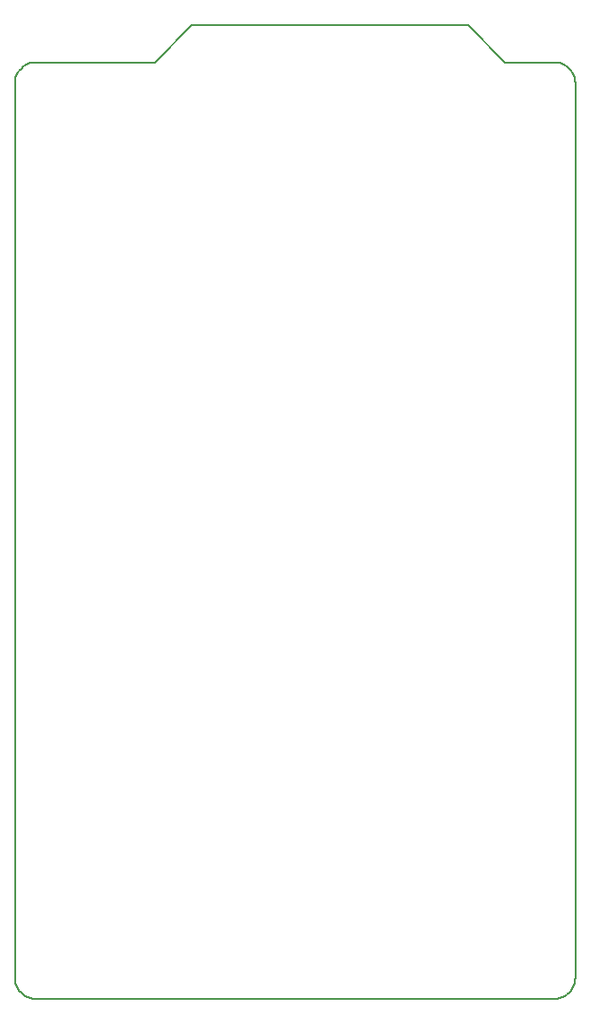
<source format=gko>
G04*
G04 #@! TF.GenerationSoftware,Altium Limited,Altium Designer,19.0.10 (269)*
G04*
G04 Layer_Color=16711935*
%FSLAX25Y25*%
%MOIN*%
G70*
G01*
G75*
%ADD15C,0.00600*%
D15*
X183169Y123399D02*
X183237Y122371D01*
X183438Y121361D01*
X183769Y120386D01*
X184224Y119462D01*
X184796Y118606D01*
X185476Y117831D01*
X186250Y117152D01*
X187106Y116580D01*
X188030Y116124D01*
X189005Y115793D01*
X190015Y115592D01*
X191043Y115525D01*
X383957D02*
X384984Y115592D01*
X385995Y115793D01*
X386970Y116124D01*
X387894Y116580D01*
X388750Y117152D01*
X389525Y117831D01*
X390204Y118606D01*
X390776Y119462D01*
X391231Y120386D01*
X391562Y121361D01*
X391763Y122371D01*
X391831Y123399D01*
X191043Y463950D02*
X190015Y463883D01*
X189005Y463682D01*
X188030Y463351D01*
X187106Y462895D01*
X186250Y462323D01*
X185476Y461644D01*
X184796Y460870D01*
X184224Y460013D01*
X183769Y459089D01*
X183438Y458114D01*
X183237Y457104D01*
X183169Y456076D01*
X391831D02*
X391763Y457104D01*
X391562Y458114D01*
X391231Y459089D01*
X390776Y460013D01*
X390204Y460870D01*
X389525Y461644D01*
X388750Y462323D01*
X387894Y462895D01*
X386970Y463351D01*
X385995Y463682D01*
X384984Y463883D01*
X383957Y463950D01*
X183169Y123399D02*
Y456076D01*
X249114Y477730D02*
X351969D01*
X391831Y123399D02*
Y456076D01*
X191043Y115525D02*
X383957D01*
X191043Y463950D02*
X235335D01*
X365748D02*
X383957D01*
X235335D02*
X249114Y477730D01*
X351969D02*
X365748Y463950D01*
M02*

</source>
